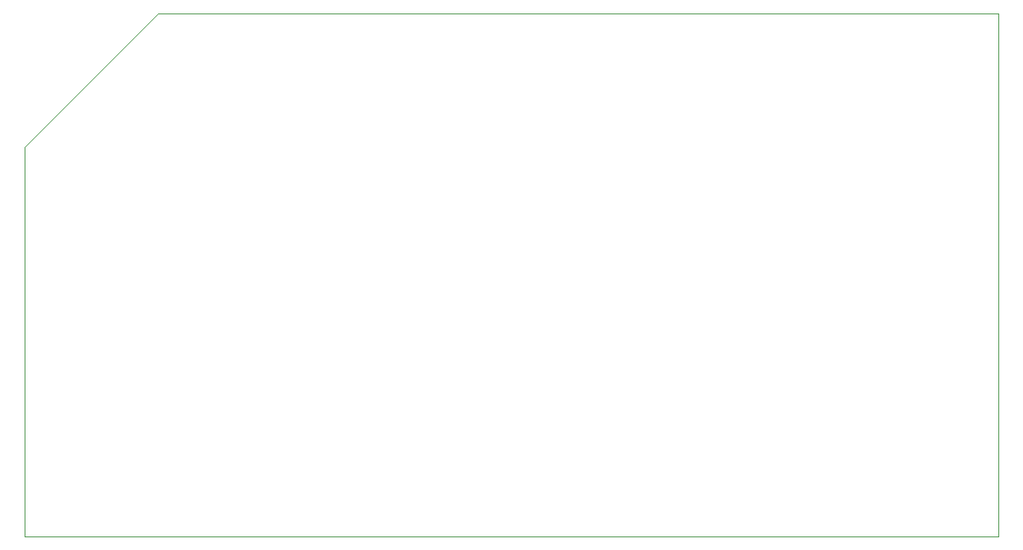
<source format=gbr>
%TF.GenerationSoftware,KiCad,Pcbnew,5.1.6-c6e7f7d~86~ubuntu18.04.1*%
%TF.CreationDate,2020-11-01T20:36:20-05:00*%
%TF.ProjectId,Senior-Design-Radar-Group,53656e69-6f72-42d4-9465-7369676e2d52,rev?*%
%TF.SameCoordinates,Original*%
%TF.FileFunction,Profile,NP*%
%FSLAX46Y46*%
G04 Gerber Fmt 4.6, Leading zero omitted, Abs format (unit mm)*
G04 Created by KiCad (PCBNEW 5.1.6-c6e7f7d~86~ubuntu18.04.1) date 2020-11-01 20:36:20*
%MOMM*%
%LPD*%
G01*
G04 APERTURE LIST*
%TA.AperFunction,Profile*%
%ADD10C,0.050000*%
%TD*%
G04 APERTURE END LIST*
D10*
X152552400Y-152450800D02*
X147091400Y-152450800D01*
X152552400Y-147116800D02*
X152552400Y-152450800D01*
X144881600Y-152450800D02*
X147091400Y-152450800D01*
X152552400Y-96723200D02*
X152552400Y-147116800D01*
X62941200Y-96723200D02*
X152552400Y-96723200D01*
X48717200Y-110947200D02*
X62941200Y-96723200D01*
X48717200Y-152450800D02*
X48717200Y-110947200D01*
X144881600Y-152450800D02*
X48717200Y-152450800D01*
M02*

</source>
